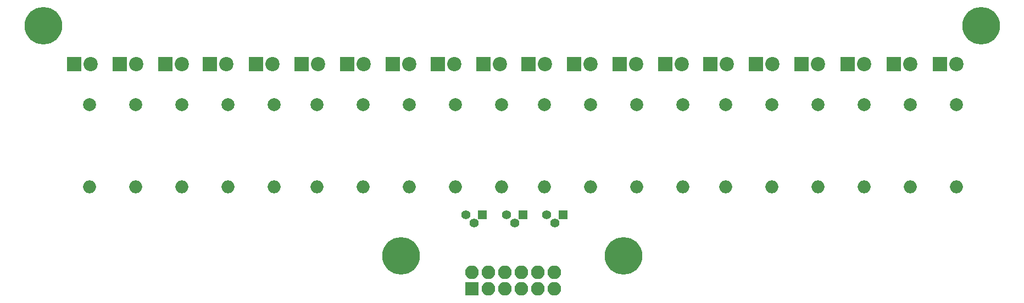
<source format=gbr>
G04 #@! TF.FileFunction,Soldermask,Top*
%FSLAX46Y46*%
G04 Gerber Fmt 4.6, Leading zero omitted, Abs format (unit mm)*
G04 Created by KiCad (PCBNEW 4.0.6) date 03/21/17 10:55:45*
%MOMM*%
%LPD*%
G01*
G04 APERTURE LIST*
%ADD10C,0.100000*%
%ADD11C,2.000000*%
%ADD12O,2.000000X2.000000*%
%ADD13R,2.200000X2.200000*%
%ADD14C,2.200000*%
%ADD15C,1.400000*%
%ADD16R,1.400000X1.400000*%
%ADD17R,2.100000X2.100000*%
%ADD18O,2.100000X2.100000*%
%ADD19C,5.800000*%
G04 APERTURE END LIST*
D10*
D11*
X206248000Y-90932000D03*
D12*
X206248000Y-103632000D03*
D13*
X154650002Y-84615999D03*
D14*
X157190002Y-84615999D03*
D13*
X161653126Y-84615999D03*
D14*
X164193126Y-84615999D03*
D13*
X168656250Y-84615999D03*
D14*
X171196250Y-84615999D03*
D13*
X175550498Y-84615999D03*
D14*
X178090498Y-84615999D03*
D13*
X182662498Y-84615999D03*
D14*
X185202498Y-84615999D03*
D13*
X189665622Y-84615999D03*
D14*
X192205622Y-84615999D03*
D13*
X196668746Y-84615999D03*
D14*
X199208746Y-84615999D03*
D13*
X203708000Y-84615999D03*
D14*
X206248000Y-84615999D03*
D13*
X210674994Y-84615999D03*
D14*
X213214994Y-84615999D03*
D13*
X217678118Y-84615999D03*
D14*
X220218118Y-84615999D03*
D13*
X224681242Y-84615999D03*
D14*
X227221242Y-84615999D03*
D13*
X231684366Y-84615999D03*
D14*
X234224366Y-84615999D03*
D13*
X238687490Y-84615999D03*
D14*
X241227490Y-84615999D03*
D13*
X245690614Y-84615999D03*
D14*
X248230614Y-84615999D03*
D13*
X252693738Y-84615999D03*
D14*
X255233738Y-84615999D03*
D13*
X259696862Y-84615999D03*
D14*
X262236862Y-84615999D03*
D13*
X266700000Y-84615999D03*
D14*
X269240000Y-84615999D03*
D15*
X216296143Y-109220000D03*
X215026143Y-107950000D03*
D16*
X217566143Y-107950000D03*
D15*
X222504000Y-109220000D03*
X221234000Y-107950000D03*
D16*
X223774000Y-107950000D03*
D15*
X228711857Y-109220000D03*
X227441857Y-107950000D03*
D16*
X229981857Y-107950000D03*
D11*
X156972000Y-90932000D03*
D12*
X156972000Y-103632000D03*
D11*
X164084000Y-90932000D03*
D12*
X164084000Y-103632000D03*
D11*
X171196000Y-90932000D03*
D12*
X171196000Y-103632000D03*
D11*
X178308000Y-90932000D03*
D12*
X178308000Y-103632000D03*
D11*
X185420000Y-90932000D03*
D12*
X185420000Y-103632000D03*
D11*
X192024000Y-90932000D03*
D12*
X192024000Y-103632000D03*
D11*
X199136000Y-90932000D03*
D12*
X199136000Y-103632000D03*
D11*
X213360000Y-90932000D03*
D12*
X213360000Y-103632000D03*
D11*
X220472000Y-90932000D03*
D12*
X220472000Y-103632000D03*
D11*
X227076000Y-90932000D03*
D12*
X227076000Y-103632000D03*
D11*
X234188000Y-90932000D03*
D12*
X234188000Y-103632000D03*
D11*
X241300000Y-90932000D03*
D12*
X241300000Y-103632000D03*
D11*
X248412000Y-90932000D03*
D12*
X248412000Y-103632000D03*
D11*
X255016000Y-90932000D03*
D12*
X255016000Y-103632000D03*
D11*
X262128000Y-90932000D03*
D12*
X262128000Y-103632000D03*
D11*
X269240000Y-90932000D03*
D12*
X269240000Y-103632000D03*
D17*
X215900000Y-119380000D03*
D18*
X215900000Y-116840000D03*
X218440000Y-119380000D03*
X218440000Y-116840000D03*
X220980000Y-119380000D03*
X220980000Y-116840000D03*
X223520000Y-119380000D03*
X223520000Y-116840000D03*
X226060000Y-119380000D03*
X226060000Y-116840000D03*
X228600000Y-119380000D03*
X228600000Y-116840000D03*
D19*
X294386000Y-78740000D03*
X149860000Y-78740000D03*
X239268000Y-114300000D03*
X204978000Y-114300000D03*
D13*
X273812000Y-84615999D03*
D14*
X276352000Y-84615999D03*
D13*
X280924000Y-84615999D03*
D14*
X283464000Y-84615999D03*
D13*
X288036000Y-84615999D03*
D14*
X290576000Y-84615999D03*
D11*
X276352000Y-90932000D03*
D12*
X276352000Y-103632000D03*
D11*
X283464000Y-90932000D03*
D12*
X283464000Y-103632000D03*
D11*
X290576000Y-90932000D03*
D12*
X290576000Y-103632000D03*
M02*

</source>
